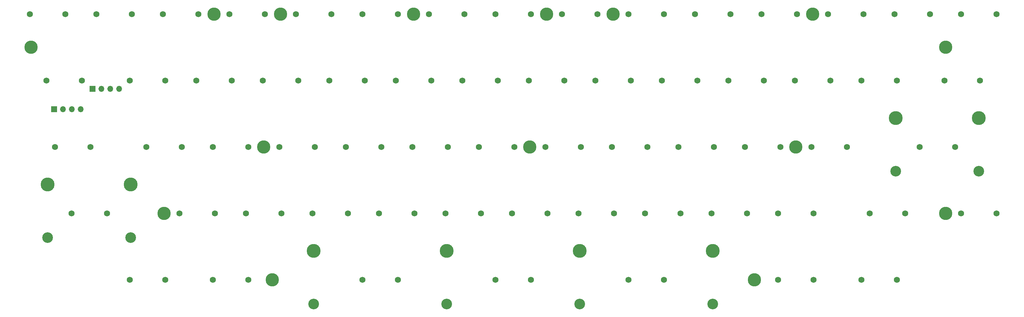
<source format=gbr>
%TF.GenerationSoftware,KiCad,Pcbnew,8.0.9*%
%TF.CreationDate,2025-07-01T01:33:12+07:00*%
%TF.ProjectId,Agar HE,41676172-2048-4452-9e6b-696361645f70,rev?*%
%TF.SameCoordinates,Original*%
%TF.FileFunction,Soldermask,Top*%
%TF.FilePolarity,Negative*%
%FSLAX46Y46*%
G04 Gerber Fmt 4.6, Leading zero omitted, Abs format (unit mm)*
G04 Created by KiCad (PCBNEW 8.0.9) date 2025-07-01 01:33:12*
%MOMM*%
%LPD*%
G01*
G04 APERTURE LIST*
%ADD10C,3.800000*%
%ADD11C,1.750000*%
%ADD12C,3.048000*%
%ADD13C,3.987800*%
%ADD14R,1.700000X1.700000*%
%ADD15O,1.700000X1.700000*%
G04 APERTURE END LIST*
D10*
%TO.C,H8*%
X166687500Y-23812500D03*
%TD*%
%TO.C,H4*%
X85725000Y-61912500D03*
%TD*%
%TO.C,H5*%
X71437500Y-23812500D03*
%TD*%
%TO.C,H13*%
X238125000Y-61912500D03*
%TD*%
%TO.C,H10*%
X185737500Y-23812500D03*
%TD*%
%TO.C,H7*%
X161925000Y-61912500D03*
%TD*%
%TO.C,H13*%
X57150000Y-80962500D03*
%TD*%
%TO.C,H9*%
X128587500Y-23812500D03*
%TD*%
%TO.C,H12*%
X19050000Y-33337500D03*
%TD*%
%TO.C,H13*%
X280987500Y-80962500D03*
%TD*%
%TO.C,H18*%
X280987500Y-33337500D03*
%TD*%
%TO.C,H14*%
X88106250Y-100012500D03*
%TD*%
%TO.C,H11*%
X242887500Y-23812500D03*
%TD*%
%TO.C,H15*%
X226218750Y-100012500D03*
%TD*%
%TO.C,H5*%
X90487500Y-23812500D03*
%TD*%
D11*
%TO.C,U42*%
X138429999Y-61912500D03*
X128270001Y-61912500D03*
%TD*%
%TO.C,U58*%
X147954999Y-80962500D03*
X137795001Y-80962500D03*
%TD*%
%TO.C,U11*%
X124142499Y-23812500D03*
X113982501Y-23812500D03*
%TD*%
D12*
%TO.C,U80*%
X214312500Y-106997500D03*
D13*
X214312500Y-91757500D03*
D11*
X200342500Y-100012500D03*
X190182500Y-100012500D03*
D12*
X176212500Y-106997500D03*
D13*
X176212500Y-91757500D03*
%TD*%
D14*
%TO.C,J2*%
X25620000Y-51112500D03*
D15*
X28160000Y-51112500D03*
X30700000Y-51112500D03*
X33240000Y-51112500D03*
%TD*%
D11*
%TO.C,U32*%
X228917499Y-42862500D03*
X218757501Y-42862500D03*
%TD*%
%TO.C,U41*%
X119379999Y-61912500D03*
X109220001Y-61912500D03*
%TD*%
%TO.C,U30*%
X190817499Y-42862500D03*
X180657501Y-42862500D03*
%TD*%
%TO.C,U38*%
X62229999Y-61912500D03*
X52070001Y-61912500D03*
%TD*%
D12*
%TO.C,U79*%
X138112500Y-106997500D03*
D13*
X138112500Y-91757500D03*
D11*
X124142500Y-100012500D03*
X113982500Y-100012500D03*
D12*
X100012500Y-106997500D03*
D13*
X100012500Y-91757500D03*
%TD*%
D11*
%TO.C,U8*%
X66992499Y-23812500D03*
X56832501Y-23812500D03*
%TD*%
%TO.C,U65*%
X295592499Y-80962500D03*
X285432501Y-80962500D03*
%TD*%
%TO.C,U57*%
X128904999Y-80962500D03*
X118745001Y-80962500D03*
%TD*%
%TO.C,U84*%
X162242499Y-100012500D03*
X152082501Y-100012500D03*
%TD*%
%TO.C,U60*%
X186054999Y-80962500D03*
X175895001Y-80962500D03*
%TD*%
%TO.C,U62*%
X224154999Y-80962500D03*
X213995001Y-80962500D03*
%TD*%
%TO.C,U20*%
X295592499Y-23812500D03*
X285432501Y-23812500D03*
%TD*%
%TO.C,U44*%
X176529999Y-61912500D03*
X166370001Y-61912500D03*
%TD*%
%TO.C,U28*%
X152717499Y-42862500D03*
X142557501Y-42862500D03*
%TD*%
%TO.C,U46*%
X214629999Y-61912500D03*
X204470001Y-61912500D03*
%TD*%
%TO.C,U9*%
X86042499Y-23812500D03*
X75882501Y-23812500D03*
%TD*%
%TO.C,U22*%
X33655000Y-42862500D03*
X23495000Y-42862500D03*
%TD*%
%TO.C,U10*%
X105092499Y-23812500D03*
X94932501Y-23812500D03*
%TD*%
%TO.C,U33*%
X247967499Y-42862500D03*
X237807501Y-42862500D03*
%TD*%
D13*
%TO.C,U51*%
X47625001Y-72707500D03*
D12*
X47625000Y-87947500D03*
D11*
X40798749Y-80962500D03*
X30638751Y-80962500D03*
D12*
X23812500Y-87947500D03*
D13*
X23812499Y-72707500D03*
%TD*%
D11*
%TO.C,U18*%
X257492499Y-23812500D03*
X247332501Y-23812500D03*
%TD*%
%TO.C,U7*%
X47942499Y-23812500D03*
X37782501Y-23812500D03*
%TD*%
%TO.C,U64*%
X269398750Y-80962500D03*
X259238750Y-80962500D03*
%TD*%
%TO.C,U15*%
X200342499Y-23812500D03*
X190182501Y-23812500D03*
%TD*%
%TO.C,U43*%
X157479999Y-61912500D03*
X147320001Y-61912500D03*
%TD*%
%TO.C,U29*%
X171767499Y-42862500D03*
X161607501Y-42862500D03*
%TD*%
%TO.C,U45*%
X195579999Y-61912500D03*
X185420001Y-61912500D03*
%TD*%
%TO.C,U36*%
X36036250Y-61912500D03*
X25876250Y-61912500D03*
%TD*%
%TO.C,U19*%
X276542499Y-23812500D03*
X266382501Y-23812500D03*
%TD*%
D14*
%TO.C,J3*%
X36681250Y-45243750D03*
D15*
X39221250Y-45243750D03*
X41761250Y-45243750D03*
X44301250Y-45243750D03*
%TD*%
D11*
%TO.C,U54*%
X71754999Y-80962500D03*
X61595001Y-80962500D03*
%TD*%
%TO.C,U31*%
X209867499Y-42862500D03*
X199707501Y-42862500D03*
%TD*%
%TO.C,U26*%
X114617499Y-42862500D03*
X104457501Y-42862500D03*
%TD*%
%TO.C,U6*%
X28892499Y-23812500D03*
X18732501Y-23812500D03*
%TD*%
%TO.C,U55*%
X90804999Y-80962500D03*
X80645001Y-80962500D03*
%TD*%
%TO.C,U16*%
X219392499Y-23812500D03*
X209232501Y-23812500D03*
%TD*%
%TO.C,U77*%
X57467499Y-100012500D03*
X47307501Y-100012500D03*
%TD*%
%TO.C,U81*%
X243205000Y-100012500D03*
X233045000Y-100012500D03*
%TD*%
%TO.C,U27*%
X133667499Y-42862500D03*
X123507501Y-42862500D03*
%TD*%
%TO.C,U56*%
X109854999Y-80962500D03*
X99695001Y-80962500D03*
%TD*%
%TO.C,U63*%
X243204999Y-80962500D03*
X233045001Y-80962500D03*
%TD*%
%TO.C,U48*%
X252729999Y-61912500D03*
X242570001Y-61912500D03*
%TD*%
%TO.C,U40*%
X100329999Y-61912500D03*
X90170001Y-61912500D03*
%TD*%
%TO.C,U35*%
X290830000Y-42862500D03*
X280670000Y-42862500D03*
%TD*%
%TO.C,U59*%
X167004999Y-80962500D03*
X156845001Y-80962500D03*
%TD*%
D13*
%TO.C,U49*%
X290512501Y-53657500D03*
D12*
X290512500Y-68897500D03*
D11*
X283686249Y-61912500D03*
X273526251Y-61912500D03*
D12*
X266700000Y-68897500D03*
D13*
X266699999Y-53657500D03*
%TD*%
D11*
%TO.C,U24*%
X76517499Y-42862500D03*
X66357501Y-42862500D03*
%TD*%
%TO.C,U47*%
X233679999Y-61912500D03*
X223520001Y-61912500D03*
%TD*%
%TO.C,U39*%
X81279999Y-61912500D03*
X71120001Y-61912500D03*
%TD*%
%TO.C,U23*%
X57467499Y-42862500D03*
X47307501Y-42862500D03*
%TD*%
%TO.C,U34*%
X267017499Y-42862500D03*
X256857501Y-42862500D03*
%TD*%
%TO.C,U14*%
X181292499Y-23812500D03*
X171132501Y-23812500D03*
%TD*%
%TO.C,U17*%
X238442499Y-23812500D03*
X228282501Y-23812500D03*
%TD*%
%TO.C,U13*%
X162242499Y-23812500D03*
X152082501Y-23812500D03*
%TD*%
%TO.C,U61*%
X205104999Y-80962500D03*
X194945001Y-80962500D03*
%TD*%
%TO.C,U12*%
X143192499Y-23812500D03*
X133032501Y-23812500D03*
%TD*%
%TO.C,U82*%
X267017499Y-100012500D03*
X256857501Y-100012500D03*
%TD*%
%TO.C,U78*%
X81280000Y-100012500D03*
X71120000Y-100012500D03*
%TD*%
%TO.C,U25*%
X95567499Y-42862500D03*
X85407501Y-42862500D03*
%TD*%
M02*

</source>
